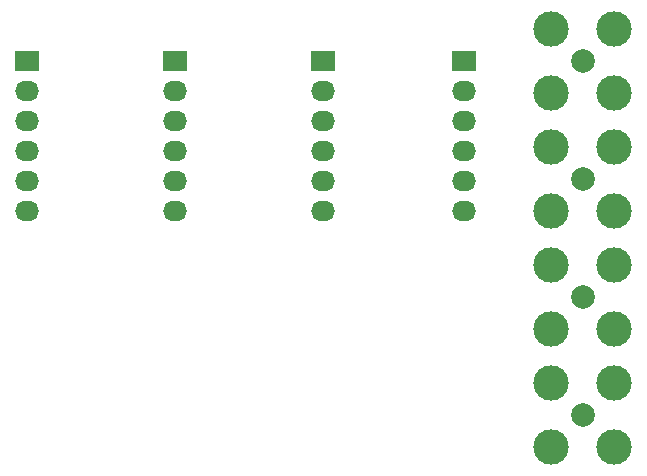
<source format=gts>
G04 #@! TF.FileFunction,Soldermask,Top*
%FSLAX46Y46*%
G04 Gerber Fmt 4.6, Leading zero omitted, Abs format (unit mm)*
G04 Created by KiCad (PCBNEW (2014-11-17 BZR 5289)-product) date Wed 28 Oct 2015 08:14:00 PM EDT*
%MOMM*%
G01*
G04 APERTURE LIST*
%ADD10C,0.100000*%
%ADD11C,1.998980*%
%ADD12C,3.000000*%
%ADD13R,2.032000X1.727200*%
%ADD14O,2.032000X1.727200*%
G04 APERTURE END LIST*
D10*
D11*
X147000000Y-65000000D03*
D12*
X149700020Y-67700020D03*
X149700020Y-62299980D03*
X144299980Y-62299980D03*
X144299980Y-67700020D03*
D11*
X147000000Y-75000000D03*
D12*
X149700020Y-77700020D03*
X149700020Y-72299980D03*
X144299980Y-72299980D03*
X144299980Y-77700020D03*
D11*
X147000000Y-55000000D03*
D12*
X149700020Y-57700020D03*
X149700020Y-52299980D03*
X144299980Y-52299980D03*
X144299980Y-57700020D03*
D13*
X137000000Y-55000000D03*
D14*
X137000000Y-57540000D03*
X137000000Y-60080000D03*
X137000000Y-62620000D03*
X137000000Y-65160000D03*
X137000000Y-67700000D03*
D11*
X147000000Y-85000000D03*
D12*
X149700020Y-87700020D03*
X149700020Y-82299980D03*
X144299980Y-82299980D03*
X144299980Y-87700020D03*
D13*
X125000000Y-55000000D03*
D14*
X125000000Y-57540000D03*
X125000000Y-60080000D03*
X125000000Y-62620000D03*
X125000000Y-65160000D03*
X125000000Y-67700000D03*
D13*
X112500000Y-55000000D03*
D14*
X112500000Y-57540000D03*
X112500000Y-60080000D03*
X112500000Y-62620000D03*
X112500000Y-65160000D03*
X112500000Y-67700000D03*
D13*
X100000000Y-55000000D03*
D14*
X100000000Y-57540000D03*
X100000000Y-60080000D03*
X100000000Y-62620000D03*
X100000000Y-65160000D03*
X100000000Y-67700000D03*
M02*

</source>
